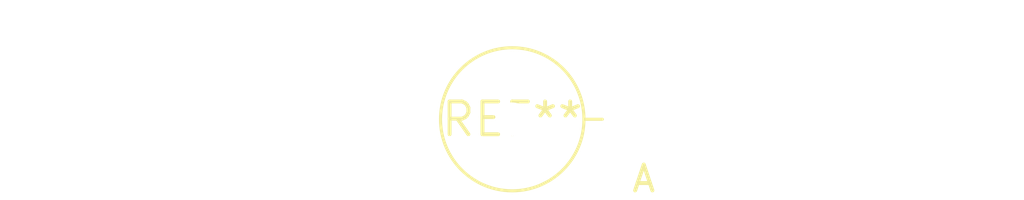
<source format=kicad_pcb>
(kicad_pcb (version 20240108) (generator pcbnew)
  (layers (0 "F.Cu" signal) (31 "B.Cu" signal) (34 "B.Paste" user) (35 "F.Paste" user) (36 "B.SilkS" user "B.Silkscreen") (37 "F.SilkS" user "F.Silkscreen") (38 "B.Mask" user) (39 "F.Mask" user) (44 "Edge.Cuts" user))
  (net 0 "")
  (footprint "D_DO-201AE_P5.08mm_Vertical_AnodeUp" (layer "F.Cu") (at 0 0)
    (property "Reference" "REF**")
    (property "Value" "D_DO-201AE_P5.08mm_Vertical_AnodeUp")
    (fp_line (start 2.77 0) (end 3.48 0) (layer "F.SilkS") (stroke (width 0.12)))
    (fp_circle (center 0 0) (end 2.77 0) (layer "F.SilkS") (stroke (width 0.12)) (fill none))
    (fp_text user "A" (at 5.08 2.3 0) (layer "F.SilkS"))
    (pad "1" thru_hole rect (at 0 0) (size 2.6 2.6) (drill 1.3) (layers *.Cu *.Mask) (remove_unused_layers))
    (pad "2" thru_hole oval (at 5.08 0) (size 2.6 2.6) (drill 1.3) (layers *.Cu *.Mask) (remove_unused_layers))
  )
)
</source>
